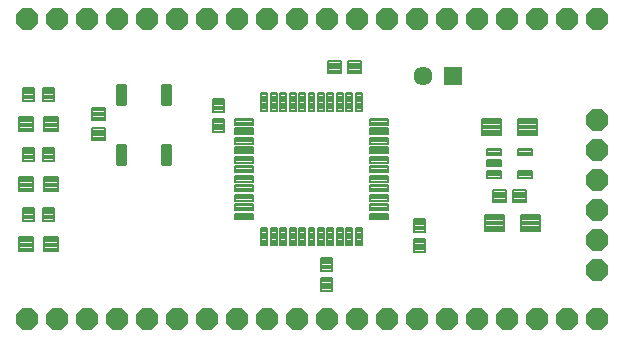
<source format=gts>
G75*
G70*
%OFA0B0*%
%FSLAX24Y24*%
%IPPOS*%
%LPD*%
%AMOC8*
5,1,8,0,0,1.08239X$1,22.5*
%
%ADD10OC8,0.0720*%
%ADD11C,0.0081*%
%ADD12C,0.0082*%
%ADD13C,0.0084*%
%ADD14C,0.0083*%
%ADD15C,0.0080*%
%ADD16C,0.0080*%
%ADD17R,0.0635X0.0635*%
%ADD18C,0.0635*%
D10*
X001161Y001161D03*
X002161Y001161D03*
X003161Y001161D03*
X004161Y001161D03*
X005161Y001161D03*
X006161Y001161D03*
X007161Y001161D03*
X008161Y001161D03*
X009161Y001161D03*
X010161Y001161D03*
X011161Y001161D03*
X012161Y001161D03*
X013161Y001161D03*
X014161Y001161D03*
X015161Y001161D03*
X016161Y001161D03*
X017161Y001161D03*
X018161Y001161D03*
X019161Y001161D03*
X020161Y001161D03*
X020161Y002811D03*
X020161Y003811D03*
X020161Y004811D03*
X020161Y005811D03*
X020161Y006811D03*
X020161Y007811D03*
X020161Y011161D03*
X019161Y011161D03*
X018161Y011161D03*
X017161Y011161D03*
X016161Y011161D03*
X015161Y011161D03*
X014161Y011161D03*
X013161Y011161D03*
X012161Y011161D03*
X011161Y011161D03*
X010161Y011161D03*
X009161Y011161D03*
X008161Y011161D03*
X007161Y011161D03*
X006161Y011161D03*
X005161Y011161D03*
X004161Y011161D03*
X003161Y011161D03*
X002161Y011161D03*
X001161Y011161D03*
D11*
X001030Y008877D02*
X001424Y008877D01*
X001424Y008445D01*
X001030Y008445D01*
X001030Y008877D01*
X001030Y008525D02*
X001424Y008525D01*
X001424Y008605D02*
X001030Y008605D01*
X001030Y008685D02*
X001424Y008685D01*
X001424Y008765D02*
X001030Y008765D01*
X001030Y008845D02*
X001424Y008845D01*
X001699Y008877D02*
X002093Y008877D01*
X002093Y008445D01*
X001699Y008445D01*
X001699Y008877D01*
X001699Y008525D02*
X002093Y008525D01*
X002093Y008605D02*
X001699Y008605D01*
X001699Y008685D02*
X002093Y008685D01*
X002093Y008765D02*
X001699Y008765D01*
X001699Y008845D02*
X002093Y008845D01*
X003345Y008193D02*
X003345Y007799D01*
X003345Y008193D02*
X003777Y008193D01*
X003777Y007799D01*
X003345Y007799D01*
X003345Y007879D02*
X003777Y007879D01*
X003777Y007959D02*
X003345Y007959D01*
X003345Y008039D02*
X003777Y008039D01*
X003777Y008119D02*
X003345Y008119D01*
X003345Y007524D02*
X003345Y007130D01*
X003345Y007524D02*
X003777Y007524D01*
X003777Y007130D01*
X003345Y007130D01*
X003345Y007210D02*
X003777Y007210D01*
X003777Y007290D02*
X003345Y007290D01*
X003345Y007370D02*
X003777Y007370D01*
X003777Y007450D02*
X003345Y007450D01*
X002093Y006877D02*
X001699Y006877D01*
X002093Y006877D02*
X002093Y006445D01*
X001699Y006445D01*
X001699Y006877D01*
X001699Y006525D02*
X002093Y006525D01*
X002093Y006605D02*
X001699Y006605D01*
X001699Y006685D02*
X002093Y006685D01*
X002093Y006765D02*
X001699Y006765D01*
X001699Y006845D02*
X002093Y006845D01*
X001424Y006877D02*
X001030Y006877D01*
X001424Y006877D02*
X001424Y006445D01*
X001030Y006445D01*
X001030Y006877D01*
X001030Y006525D02*
X001424Y006525D01*
X001424Y006605D02*
X001030Y006605D01*
X001030Y006685D02*
X001424Y006685D01*
X001424Y006765D02*
X001030Y006765D01*
X001030Y006845D02*
X001424Y006845D01*
X001424Y004445D02*
X001030Y004445D01*
X001030Y004877D01*
X001424Y004877D01*
X001424Y004445D01*
X001424Y004525D02*
X001030Y004525D01*
X001030Y004605D02*
X001424Y004605D01*
X001424Y004685D02*
X001030Y004685D01*
X001030Y004765D02*
X001424Y004765D01*
X001424Y004845D02*
X001030Y004845D01*
X001699Y004445D02*
X002093Y004445D01*
X001699Y004445D02*
X001699Y004877D01*
X002093Y004877D01*
X002093Y004445D01*
X002093Y004525D02*
X001699Y004525D01*
X001699Y004605D02*
X002093Y004605D01*
X002093Y004685D02*
X001699Y004685D01*
X001699Y004765D02*
X002093Y004765D01*
X002093Y004845D02*
X001699Y004845D01*
X007758Y007411D02*
X007758Y007843D01*
X007758Y007411D02*
X007364Y007411D01*
X007364Y007843D01*
X007758Y007843D01*
X007758Y007491D02*
X007364Y007491D01*
X007364Y007571D02*
X007758Y007571D01*
X007758Y007651D02*
X007364Y007651D01*
X007364Y007731D02*
X007758Y007731D01*
X007758Y007811D02*
X007364Y007811D01*
X007758Y008080D02*
X007758Y008512D01*
X007758Y008080D02*
X007364Y008080D01*
X007364Y008512D01*
X007758Y008512D01*
X007758Y008160D02*
X007364Y008160D01*
X007364Y008240D02*
X007758Y008240D01*
X007758Y008320D02*
X007364Y008320D01*
X007364Y008400D02*
X007758Y008400D01*
X007758Y008480D02*
X007364Y008480D01*
X011211Y009364D02*
X011643Y009364D01*
X011211Y009364D02*
X011211Y009758D01*
X011643Y009758D01*
X011643Y009364D01*
X011643Y009444D02*
X011211Y009444D01*
X011211Y009524D02*
X011643Y009524D01*
X011643Y009604D02*
X011211Y009604D01*
X011211Y009684D02*
X011643Y009684D01*
X011880Y009364D02*
X012312Y009364D01*
X011880Y009364D02*
X011880Y009758D01*
X012312Y009758D01*
X012312Y009364D01*
X012312Y009444D02*
X011880Y009444D01*
X011880Y009524D02*
X012312Y009524D01*
X012312Y009604D02*
X011880Y009604D01*
X011880Y009684D02*
X012312Y009684D01*
X016711Y005458D02*
X017143Y005458D01*
X017143Y005064D01*
X016711Y005064D01*
X016711Y005458D01*
X016711Y005144D02*
X017143Y005144D01*
X017143Y005224D02*
X016711Y005224D01*
X016711Y005304D02*
X017143Y005304D01*
X017143Y005384D02*
X016711Y005384D01*
X017380Y005458D02*
X017812Y005458D01*
X017812Y005064D01*
X017380Y005064D01*
X017380Y005458D01*
X017380Y005144D02*
X017812Y005144D01*
X017812Y005224D02*
X017380Y005224D01*
X017380Y005304D02*
X017812Y005304D01*
X017812Y005384D02*
X017380Y005384D01*
X014064Y004512D02*
X014064Y004080D01*
X014064Y004512D02*
X014458Y004512D01*
X014458Y004080D01*
X014064Y004080D01*
X014064Y004160D02*
X014458Y004160D01*
X014458Y004240D02*
X014064Y004240D01*
X014064Y004320D02*
X014458Y004320D01*
X014458Y004400D02*
X014064Y004400D01*
X014064Y004480D02*
X014458Y004480D01*
X014064Y003843D02*
X014064Y003411D01*
X014064Y003843D02*
X014458Y003843D01*
X014458Y003411D01*
X014064Y003411D01*
X014064Y003491D02*
X014458Y003491D01*
X014458Y003571D02*
X014064Y003571D01*
X014064Y003651D02*
X014458Y003651D01*
X014458Y003731D02*
X014064Y003731D01*
X014064Y003811D02*
X014458Y003811D01*
X010964Y003212D02*
X010964Y002780D01*
X010964Y003212D02*
X011358Y003212D01*
X011358Y002780D01*
X010964Y002780D01*
X010964Y002860D02*
X011358Y002860D01*
X011358Y002940D02*
X010964Y002940D01*
X010964Y003020D02*
X011358Y003020D01*
X011358Y003100D02*
X010964Y003100D01*
X010964Y003180D02*
X011358Y003180D01*
X010964Y002543D02*
X010964Y002111D01*
X010964Y002543D02*
X011358Y002543D01*
X011358Y002111D01*
X010964Y002111D01*
X010964Y002191D02*
X011358Y002191D01*
X011358Y002271D02*
X010964Y002271D01*
X010964Y002351D02*
X011358Y002351D01*
X011358Y002431D02*
X010964Y002431D01*
X010964Y002511D02*
X011358Y002511D01*
D12*
X016457Y004087D02*
X017085Y004087D01*
X016457Y004087D02*
X016457Y004635D01*
X017085Y004635D01*
X017085Y004087D01*
X017085Y004168D02*
X016457Y004168D01*
X016457Y004249D02*
X017085Y004249D01*
X017085Y004330D02*
X016457Y004330D01*
X016457Y004411D02*
X017085Y004411D01*
X017085Y004492D02*
X016457Y004492D01*
X016457Y004573D02*
X017085Y004573D01*
X017638Y004635D02*
X018266Y004635D01*
X018266Y004087D01*
X017638Y004087D01*
X017638Y004635D01*
X017638Y004168D02*
X018266Y004168D01*
X018266Y004249D02*
X017638Y004249D01*
X017638Y004330D02*
X018266Y004330D01*
X018266Y004411D02*
X017638Y004411D01*
X017638Y004492D02*
X018266Y004492D01*
X018266Y004573D02*
X017638Y004573D01*
X017538Y007835D02*
X018166Y007835D01*
X018166Y007287D01*
X017538Y007287D01*
X017538Y007835D01*
X017538Y007368D02*
X018166Y007368D01*
X018166Y007449D02*
X017538Y007449D01*
X017538Y007530D02*
X018166Y007530D01*
X018166Y007611D02*
X017538Y007611D01*
X017538Y007692D02*
X018166Y007692D01*
X018166Y007773D02*
X017538Y007773D01*
X016985Y007287D02*
X016357Y007287D01*
X016357Y007835D01*
X016985Y007835D01*
X016985Y007287D01*
X016985Y007368D02*
X016357Y007368D01*
X016357Y007449D02*
X016985Y007449D01*
X016985Y007530D02*
X016357Y007530D01*
X016357Y007611D02*
X016985Y007611D01*
X016985Y007692D02*
X016357Y007692D01*
X016357Y007773D02*
X016985Y007773D01*
D13*
X005959Y008984D02*
X005663Y008984D01*
X005959Y008984D02*
X005959Y008338D01*
X005663Y008338D01*
X005663Y008984D01*
X005663Y008421D02*
X005959Y008421D01*
X005959Y008504D02*
X005663Y008504D01*
X005663Y008587D02*
X005959Y008587D01*
X005959Y008670D02*
X005663Y008670D01*
X005663Y008753D02*
X005959Y008753D01*
X005959Y008836D02*
X005663Y008836D01*
X005663Y008919D02*
X005959Y008919D01*
X004459Y008984D02*
X004163Y008984D01*
X004459Y008984D02*
X004459Y008338D01*
X004163Y008338D01*
X004163Y008984D01*
X004163Y008421D02*
X004459Y008421D01*
X004459Y008504D02*
X004163Y008504D01*
X004163Y008587D02*
X004459Y008587D01*
X004459Y008670D02*
X004163Y008670D01*
X004163Y008753D02*
X004459Y008753D01*
X004459Y008836D02*
X004163Y008836D01*
X004163Y008919D02*
X004459Y008919D01*
X004459Y006984D02*
X004163Y006984D01*
X004459Y006984D02*
X004459Y006338D01*
X004163Y006338D01*
X004163Y006984D01*
X004163Y006421D02*
X004459Y006421D01*
X004459Y006504D02*
X004163Y006504D01*
X004163Y006587D02*
X004459Y006587D01*
X004459Y006670D02*
X004163Y006670D01*
X004163Y006753D02*
X004459Y006753D01*
X004459Y006836D02*
X004163Y006836D01*
X004163Y006919D02*
X004459Y006919D01*
X005663Y006984D02*
X005959Y006984D01*
X005959Y006338D01*
X005663Y006338D01*
X005663Y006984D01*
X005663Y006421D02*
X005959Y006421D01*
X005959Y006504D02*
X005663Y006504D01*
X005663Y006587D02*
X005959Y006587D01*
X005959Y006670D02*
X005663Y006670D01*
X005663Y006753D02*
X005959Y006753D01*
X005959Y006836D02*
X005663Y006836D01*
X005663Y006919D02*
X005959Y006919D01*
D14*
X002210Y007426D02*
X002210Y007896D01*
X002210Y007426D02*
X001740Y007426D01*
X001740Y007896D01*
X002210Y007896D01*
X002210Y007508D02*
X001740Y007508D01*
X001740Y007590D02*
X002210Y007590D01*
X002210Y007672D02*
X001740Y007672D01*
X001740Y007754D02*
X002210Y007754D01*
X002210Y007836D02*
X001740Y007836D01*
X001383Y007896D02*
X001383Y007426D01*
X000913Y007426D01*
X000913Y007896D01*
X001383Y007896D01*
X001383Y007508D02*
X000913Y007508D01*
X000913Y007590D02*
X001383Y007590D01*
X001383Y007672D02*
X000913Y007672D01*
X000913Y007754D02*
X001383Y007754D01*
X001383Y007836D02*
X000913Y007836D01*
X001383Y005896D02*
X001383Y005426D01*
X000913Y005426D01*
X000913Y005896D01*
X001383Y005896D01*
X001383Y005508D02*
X000913Y005508D01*
X000913Y005590D02*
X001383Y005590D01*
X001383Y005672D02*
X000913Y005672D01*
X000913Y005754D02*
X001383Y005754D01*
X001383Y005836D02*
X000913Y005836D01*
X002210Y005896D02*
X002210Y005426D01*
X001740Y005426D01*
X001740Y005896D01*
X002210Y005896D01*
X002210Y005508D02*
X001740Y005508D01*
X001740Y005590D02*
X002210Y005590D01*
X002210Y005672D02*
X001740Y005672D01*
X001740Y005754D02*
X002210Y005754D01*
X002210Y005836D02*
X001740Y005836D01*
X001740Y003896D02*
X001740Y003426D01*
X001740Y003896D02*
X002210Y003896D01*
X002210Y003426D01*
X001740Y003426D01*
X001740Y003508D02*
X002210Y003508D01*
X002210Y003590D02*
X001740Y003590D01*
X001740Y003672D02*
X002210Y003672D01*
X002210Y003754D02*
X001740Y003754D01*
X001740Y003836D02*
X002210Y003836D01*
X000913Y003896D02*
X000913Y003426D01*
X000913Y003896D02*
X001383Y003896D01*
X001383Y003426D01*
X000913Y003426D01*
X000913Y003508D02*
X001383Y003508D01*
X001383Y003590D02*
X000913Y003590D01*
X000913Y003672D02*
X001383Y003672D01*
X001383Y003754D02*
X000913Y003754D01*
X000913Y003836D02*
X001383Y003836D01*
D15*
X016513Y005879D02*
X016513Y006095D01*
X016985Y006095D01*
X016985Y005879D01*
X016513Y005879D01*
X016513Y005958D02*
X016985Y005958D01*
X016985Y006037D02*
X016513Y006037D01*
X016513Y006253D02*
X016513Y006469D01*
X016985Y006469D01*
X016985Y006253D01*
X016513Y006253D01*
X016513Y006332D02*
X016985Y006332D01*
X016985Y006411D02*
X016513Y006411D01*
X016513Y006627D02*
X016513Y006843D01*
X016985Y006843D01*
X016985Y006627D01*
X016513Y006627D01*
X016513Y006706D02*
X016985Y006706D01*
X016985Y006785D02*
X016513Y006785D01*
X017537Y006843D02*
X017537Y006627D01*
X017537Y006843D02*
X018009Y006843D01*
X018009Y006627D01*
X017537Y006627D01*
X017537Y006706D02*
X018009Y006706D01*
X018009Y006785D02*
X017537Y006785D01*
X017537Y006095D02*
X017537Y005879D01*
X017537Y006095D02*
X018009Y006095D01*
X018009Y005879D01*
X017537Y005879D01*
X017537Y005958D02*
X018009Y005958D01*
X018009Y006037D02*
X017537Y006037D01*
D16*
X013200Y006063D02*
X013200Y006259D01*
X013200Y006063D02*
X012610Y006063D01*
X012610Y006259D01*
X013200Y006259D01*
X013200Y006142D02*
X012610Y006142D01*
X012610Y006221D02*
X013200Y006221D01*
X013200Y006378D02*
X013200Y006574D01*
X013200Y006378D02*
X012610Y006378D01*
X012610Y006574D01*
X013200Y006574D01*
X013200Y006457D02*
X012610Y006457D01*
X012610Y006536D02*
X013200Y006536D01*
X013200Y006693D02*
X013200Y006889D01*
X013200Y006693D02*
X012610Y006693D01*
X012610Y006889D01*
X013200Y006889D01*
X013200Y006772D02*
X012610Y006772D01*
X012610Y006851D02*
X013200Y006851D01*
X013200Y007008D02*
X013200Y007204D01*
X013200Y007008D02*
X012610Y007008D01*
X012610Y007204D01*
X013200Y007204D01*
X013200Y007087D02*
X012610Y007087D01*
X012610Y007166D02*
X013200Y007166D01*
X013200Y007323D02*
X013200Y007519D01*
X013200Y007323D02*
X012610Y007323D01*
X012610Y007519D01*
X013200Y007519D01*
X013200Y007402D02*
X012610Y007402D01*
X012610Y007481D02*
X013200Y007481D01*
X013200Y007638D02*
X013200Y007834D01*
X013200Y007638D02*
X012610Y007638D01*
X012610Y007834D01*
X013200Y007834D01*
X013200Y007717D02*
X012610Y007717D01*
X012610Y007796D02*
X013200Y007796D01*
X012334Y008110D02*
X012334Y008700D01*
X012334Y008110D02*
X012138Y008110D01*
X012138Y008700D01*
X012334Y008700D01*
X012334Y008189D02*
X012138Y008189D01*
X012138Y008268D02*
X012334Y008268D01*
X012334Y008347D02*
X012138Y008347D01*
X012138Y008426D02*
X012334Y008426D01*
X012334Y008505D02*
X012138Y008505D01*
X012138Y008584D02*
X012334Y008584D01*
X012334Y008663D02*
X012138Y008663D01*
X012019Y008700D02*
X012019Y008110D01*
X011823Y008110D01*
X011823Y008700D01*
X012019Y008700D01*
X012019Y008189D02*
X011823Y008189D01*
X011823Y008268D02*
X012019Y008268D01*
X012019Y008347D02*
X011823Y008347D01*
X011823Y008426D02*
X012019Y008426D01*
X012019Y008505D02*
X011823Y008505D01*
X011823Y008584D02*
X012019Y008584D01*
X012019Y008663D02*
X011823Y008663D01*
X011704Y008700D02*
X011704Y008110D01*
X011508Y008110D01*
X011508Y008700D01*
X011704Y008700D01*
X011704Y008189D02*
X011508Y008189D01*
X011508Y008268D02*
X011704Y008268D01*
X011704Y008347D02*
X011508Y008347D01*
X011508Y008426D02*
X011704Y008426D01*
X011704Y008505D02*
X011508Y008505D01*
X011508Y008584D02*
X011704Y008584D01*
X011704Y008663D02*
X011508Y008663D01*
X011389Y008700D02*
X011389Y008110D01*
X011193Y008110D01*
X011193Y008700D01*
X011389Y008700D01*
X011389Y008189D02*
X011193Y008189D01*
X011193Y008268D02*
X011389Y008268D01*
X011389Y008347D02*
X011193Y008347D01*
X011193Y008426D02*
X011389Y008426D01*
X011389Y008505D02*
X011193Y008505D01*
X011193Y008584D02*
X011389Y008584D01*
X011389Y008663D02*
X011193Y008663D01*
X011074Y008700D02*
X011074Y008110D01*
X010878Y008110D01*
X010878Y008700D01*
X011074Y008700D01*
X011074Y008189D02*
X010878Y008189D01*
X010878Y008268D02*
X011074Y008268D01*
X011074Y008347D02*
X010878Y008347D01*
X010878Y008426D02*
X011074Y008426D01*
X011074Y008505D02*
X010878Y008505D01*
X010878Y008584D02*
X011074Y008584D01*
X011074Y008663D02*
X010878Y008663D01*
X010759Y008700D02*
X010759Y008110D01*
X010563Y008110D01*
X010563Y008700D01*
X010759Y008700D01*
X010759Y008189D02*
X010563Y008189D01*
X010563Y008268D02*
X010759Y008268D01*
X010759Y008347D02*
X010563Y008347D01*
X010563Y008426D02*
X010759Y008426D01*
X010759Y008505D02*
X010563Y008505D01*
X010563Y008584D02*
X010759Y008584D01*
X010759Y008663D02*
X010563Y008663D01*
X010444Y008700D02*
X010444Y008110D01*
X010248Y008110D01*
X010248Y008700D01*
X010444Y008700D01*
X010444Y008189D02*
X010248Y008189D01*
X010248Y008268D02*
X010444Y008268D01*
X010444Y008347D02*
X010248Y008347D01*
X010248Y008426D02*
X010444Y008426D01*
X010444Y008505D02*
X010248Y008505D01*
X010248Y008584D02*
X010444Y008584D01*
X010444Y008663D02*
X010248Y008663D01*
X010129Y008700D02*
X010129Y008110D01*
X009933Y008110D01*
X009933Y008700D01*
X010129Y008700D01*
X010129Y008189D02*
X009933Y008189D01*
X009933Y008268D02*
X010129Y008268D01*
X010129Y008347D02*
X009933Y008347D01*
X009933Y008426D02*
X010129Y008426D01*
X010129Y008505D02*
X009933Y008505D01*
X009933Y008584D02*
X010129Y008584D01*
X010129Y008663D02*
X009933Y008663D01*
X009814Y008700D02*
X009814Y008110D01*
X009618Y008110D01*
X009618Y008700D01*
X009814Y008700D01*
X009814Y008189D02*
X009618Y008189D01*
X009618Y008268D02*
X009814Y008268D01*
X009814Y008347D02*
X009618Y008347D01*
X009618Y008426D02*
X009814Y008426D01*
X009814Y008505D02*
X009618Y008505D01*
X009618Y008584D02*
X009814Y008584D01*
X009814Y008663D02*
X009618Y008663D01*
X009499Y008700D02*
X009499Y008110D01*
X009303Y008110D01*
X009303Y008700D01*
X009499Y008700D01*
X009499Y008189D02*
X009303Y008189D01*
X009303Y008268D02*
X009499Y008268D01*
X009499Y008347D02*
X009303Y008347D01*
X009303Y008426D02*
X009499Y008426D01*
X009499Y008505D02*
X009303Y008505D01*
X009303Y008584D02*
X009499Y008584D01*
X009499Y008663D02*
X009303Y008663D01*
X009184Y008700D02*
X009184Y008110D01*
X008988Y008110D01*
X008988Y008700D01*
X009184Y008700D01*
X009184Y008189D02*
X008988Y008189D01*
X008988Y008268D02*
X009184Y008268D01*
X009184Y008347D02*
X008988Y008347D01*
X008988Y008426D02*
X009184Y008426D01*
X009184Y008505D02*
X008988Y008505D01*
X008988Y008584D02*
X009184Y008584D01*
X009184Y008663D02*
X008988Y008663D01*
X008712Y007834D02*
X008712Y007638D01*
X008122Y007638D01*
X008122Y007834D01*
X008712Y007834D01*
X008712Y007717D02*
X008122Y007717D01*
X008122Y007796D02*
X008712Y007796D01*
X008712Y007519D02*
X008712Y007323D01*
X008122Y007323D01*
X008122Y007519D01*
X008712Y007519D01*
X008712Y007402D02*
X008122Y007402D01*
X008122Y007481D02*
X008712Y007481D01*
X008712Y007204D02*
X008712Y007008D01*
X008122Y007008D01*
X008122Y007204D01*
X008712Y007204D01*
X008712Y007087D02*
X008122Y007087D01*
X008122Y007166D02*
X008712Y007166D01*
X008712Y006889D02*
X008712Y006693D01*
X008122Y006693D01*
X008122Y006889D01*
X008712Y006889D01*
X008712Y006772D02*
X008122Y006772D01*
X008122Y006851D02*
X008712Y006851D01*
X008712Y006574D02*
X008712Y006378D01*
X008122Y006378D01*
X008122Y006574D01*
X008712Y006574D01*
X008712Y006457D02*
X008122Y006457D01*
X008122Y006536D02*
X008712Y006536D01*
X008712Y006259D02*
X008712Y006063D01*
X008122Y006063D01*
X008122Y006259D01*
X008712Y006259D01*
X008712Y006142D02*
X008122Y006142D01*
X008122Y006221D02*
X008712Y006221D01*
X008712Y005944D02*
X008712Y005748D01*
X008122Y005748D01*
X008122Y005944D01*
X008712Y005944D01*
X008712Y005827D02*
X008122Y005827D01*
X008122Y005906D02*
X008712Y005906D01*
X008712Y005629D02*
X008712Y005433D01*
X008122Y005433D01*
X008122Y005629D01*
X008712Y005629D01*
X008712Y005512D02*
X008122Y005512D01*
X008122Y005591D02*
X008712Y005591D01*
X008712Y005314D02*
X008712Y005118D01*
X008122Y005118D01*
X008122Y005314D01*
X008712Y005314D01*
X008712Y005197D02*
X008122Y005197D01*
X008122Y005276D02*
X008712Y005276D01*
X008712Y004999D02*
X008712Y004803D01*
X008122Y004803D01*
X008122Y004999D01*
X008712Y004999D01*
X008712Y004882D02*
X008122Y004882D01*
X008122Y004961D02*
X008712Y004961D01*
X008712Y004684D02*
X008712Y004488D01*
X008122Y004488D01*
X008122Y004684D01*
X008712Y004684D01*
X008712Y004567D02*
X008122Y004567D01*
X008122Y004646D02*
X008712Y004646D01*
X009184Y004212D02*
X009184Y003622D01*
X008988Y003622D01*
X008988Y004212D01*
X009184Y004212D01*
X009184Y003701D02*
X008988Y003701D01*
X008988Y003780D02*
X009184Y003780D01*
X009184Y003859D02*
X008988Y003859D01*
X008988Y003938D02*
X009184Y003938D01*
X009184Y004017D02*
X008988Y004017D01*
X008988Y004096D02*
X009184Y004096D01*
X009184Y004175D02*
X008988Y004175D01*
X009499Y004212D02*
X009499Y003622D01*
X009303Y003622D01*
X009303Y004212D01*
X009499Y004212D01*
X009499Y003701D02*
X009303Y003701D01*
X009303Y003780D02*
X009499Y003780D01*
X009499Y003859D02*
X009303Y003859D01*
X009303Y003938D02*
X009499Y003938D01*
X009499Y004017D02*
X009303Y004017D01*
X009303Y004096D02*
X009499Y004096D01*
X009499Y004175D02*
X009303Y004175D01*
X009814Y004212D02*
X009814Y003622D01*
X009618Y003622D01*
X009618Y004212D01*
X009814Y004212D01*
X009814Y003701D02*
X009618Y003701D01*
X009618Y003780D02*
X009814Y003780D01*
X009814Y003859D02*
X009618Y003859D01*
X009618Y003938D02*
X009814Y003938D01*
X009814Y004017D02*
X009618Y004017D01*
X009618Y004096D02*
X009814Y004096D01*
X009814Y004175D02*
X009618Y004175D01*
X010129Y004212D02*
X010129Y003622D01*
X009933Y003622D01*
X009933Y004212D01*
X010129Y004212D01*
X010129Y003701D02*
X009933Y003701D01*
X009933Y003780D02*
X010129Y003780D01*
X010129Y003859D02*
X009933Y003859D01*
X009933Y003938D02*
X010129Y003938D01*
X010129Y004017D02*
X009933Y004017D01*
X009933Y004096D02*
X010129Y004096D01*
X010129Y004175D02*
X009933Y004175D01*
X010444Y004212D02*
X010444Y003622D01*
X010248Y003622D01*
X010248Y004212D01*
X010444Y004212D01*
X010444Y003701D02*
X010248Y003701D01*
X010248Y003780D02*
X010444Y003780D01*
X010444Y003859D02*
X010248Y003859D01*
X010248Y003938D02*
X010444Y003938D01*
X010444Y004017D02*
X010248Y004017D01*
X010248Y004096D02*
X010444Y004096D01*
X010444Y004175D02*
X010248Y004175D01*
X010759Y004212D02*
X010759Y003622D01*
X010563Y003622D01*
X010563Y004212D01*
X010759Y004212D01*
X010759Y003701D02*
X010563Y003701D01*
X010563Y003780D02*
X010759Y003780D01*
X010759Y003859D02*
X010563Y003859D01*
X010563Y003938D02*
X010759Y003938D01*
X010759Y004017D02*
X010563Y004017D01*
X010563Y004096D02*
X010759Y004096D01*
X010759Y004175D02*
X010563Y004175D01*
X011074Y004212D02*
X011074Y003622D01*
X010878Y003622D01*
X010878Y004212D01*
X011074Y004212D01*
X011074Y003701D02*
X010878Y003701D01*
X010878Y003780D02*
X011074Y003780D01*
X011074Y003859D02*
X010878Y003859D01*
X010878Y003938D02*
X011074Y003938D01*
X011074Y004017D02*
X010878Y004017D01*
X010878Y004096D02*
X011074Y004096D01*
X011074Y004175D02*
X010878Y004175D01*
X011389Y004212D02*
X011389Y003622D01*
X011193Y003622D01*
X011193Y004212D01*
X011389Y004212D01*
X011389Y003701D02*
X011193Y003701D01*
X011193Y003780D02*
X011389Y003780D01*
X011389Y003859D02*
X011193Y003859D01*
X011193Y003938D02*
X011389Y003938D01*
X011389Y004017D02*
X011193Y004017D01*
X011193Y004096D02*
X011389Y004096D01*
X011389Y004175D02*
X011193Y004175D01*
X011704Y004212D02*
X011704Y003622D01*
X011508Y003622D01*
X011508Y004212D01*
X011704Y004212D01*
X011704Y003701D02*
X011508Y003701D01*
X011508Y003780D02*
X011704Y003780D01*
X011704Y003859D02*
X011508Y003859D01*
X011508Y003938D02*
X011704Y003938D01*
X011704Y004017D02*
X011508Y004017D01*
X011508Y004096D02*
X011704Y004096D01*
X011704Y004175D02*
X011508Y004175D01*
X012019Y004212D02*
X012019Y003622D01*
X011823Y003622D01*
X011823Y004212D01*
X012019Y004212D01*
X012019Y003701D02*
X011823Y003701D01*
X011823Y003780D02*
X012019Y003780D01*
X012019Y003859D02*
X011823Y003859D01*
X011823Y003938D02*
X012019Y003938D01*
X012019Y004017D02*
X011823Y004017D01*
X011823Y004096D02*
X012019Y004096D01*
X012019Y004175D02*
X011823Y004175D01*
X012334Y004212D02*
X012334Y003622D01*
X012138Y003622D01*
X012138Y004212D01*
X012334Y004212D01*
X012334Y003701D02*
X012138Y003701D01*
X012138Y003780D02*
X012334Y003780D01*
X012334Y003859D02*
X012138Y003859D01*
X012138Y003938D02*
X012334Y003938D01*
X012334Y004017D02*
X012138Y004017D01*
X012138Y004096D02*
X012334Y004096D01*
X012334Y004175D02*
X012138Y004175D01*
X013200Y004488D02*
X013200Y004684D01*
X013200Y004488D02*
X012610Y004488D01*
X012610Y004684D01*
X013200Y004684D01*
X013200Y004567D02*
X012610Y004567D01*
X012610Y004646D02*
X013200Y004646D01*
X013200Y004803D02*
X013200Y004999D01*
X013200Y004803D02*
X012610Y004803D01*
X012610Y004999D01*
X013200Y004999D01*
X013200Y004882D02*
X012610Y004882D01*
X012610Y004961D02*
X013200Y004961D01*
X013200Y005118D02*
X013200Y005314D01*
X013200Y005118D02*
X012610Y005118D01*
X012610Y005314D01*
X013200Y005314D01*
X013200Y005197D02*
X012610Y005197D01*
X012610Y005276D02*
X013200Y005276D01*
X013200Y005433D02*
X013200Y005629D01*
X013200Y005433D02*
X012610Y005433D01*
X012610Y005629D01*
X013200Y005629D01*
X013200Y005512D02*
X012610Y005512D01*
X012610Y005591D02*
X013200Y005591D01*
X013200Y005748D02*
X013200Y005944D01*
X013200Y005748D02*
X012610Y005748D01*
X012610Y005944D01*
X013200Y005944D01*
X013200Y005827D02*
X012610Y005827D01*
X012610Y005906D02*
X013200Y005906D01*
D17*
X015361Y009261D03*
D18*
X014361Y009261D03*
M02*

</source>
